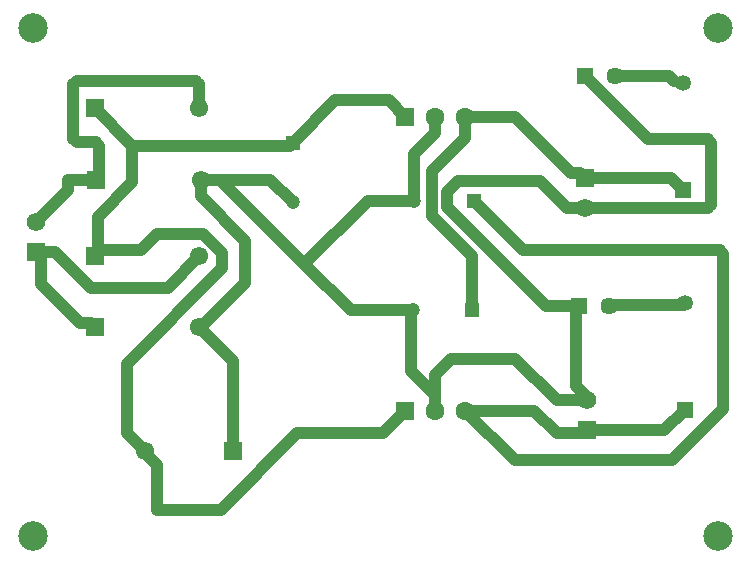
<source format=gbl>
G04*
G04 #@! TF.GenerationSoftware,Altium Limited,Altium Designer,22.7.1 (60)*
G04*
G04 Layer_Physical_Order=2*
G04 Layer_Color=16711680*
%FSLAX44Y44*%
%MOMM*%
G71*
G04*
G04 #@! TF.SameCoordinates,434E903D-8B78-4AA0-9AEB-5D1347DF7218*
G04*
G04*
G04 #@! TF.FilePolarity,Positive*
G04*
G01*
G75*
%ADD14C,1.5500*%
%ADD15R,1.5500X1.5500*%
%ADD16C,1.5700*%
%ADD17R,1.5700X1.5700*%
%ADD22C,1.4500*%
%ADD23R,1.4500X1.4500*%
%ADD24C,1.2000*%
%ADD25R,1.2000X1.2000*%
%ADD26R,1.2000X1.2000*%
%ADD28C,1.6000*%
%ADD29R,1.6000X1.6000*%
%ADD30R,1.3500X1.3500*%
%ADD31C,1.3500*%
%ADD32C,2.5000*%
%ADD33C,1.0000*%
%ADD34C,0.5000*%
D14*
X114900Y91440D02*
D03*
X161240Y256540D02*
D03*
Y196850D02*
D03*
X161190Y382270D02*
D03*
X162510Y321310D02*
D03*
D15*
X189900Y91440D02*
D03*
X72440Y256540D02*
D03*
Y196850D02*
D03*
X72390Y382270D02*
D03*
X73710Y321310D02*
D03*
D16*
X22860Y285750D02*
D03*
X488950Y134620D02*
D03*
X487680Y297180D02*
D03*
D17*
X22860Y260350D02*
D03*
X488950Y109220D02*
D03*
X487680Y322580D02*
D03*
D22*
X508000Y214630D02*
D03*
X513080Y408940D02*
D03*
D23*
X482600Y214630D02*
D03*
X487680Y408940D02*
D03*
D24*
X240030Y302660D02*
D03*
X343300Y303530D02*
D03*
X342030Y210820D02*
D03*
D25*
X240030Y352660D02*
D03*
D26*
X393300Y303530D02*
D03*
X392030Y210820D02*
D03*
D28*
X386080Y125730D02*
D03*
X360680D02*
D03*
X386080Y374650D02*
D03*
X360680D02*
D03*
D29*
X335280Y125730D02*
D03*
Y374650D02*
D03*
D30*
X572113Y126927D02*
D03*
X570230Y313140D02*
D03*
D31*
X572113Y216928D02*
D03*
X570230Y403140D02*
D03*
D32*
X600000Y450000D02*
D03*
X20000D02*
D03*
Y20000D02*
D03*
X600000D02*
D03*
D33*
X513080Y408940D02*
X558940D01*
X563114Y404766D01*
X594360Y300109D02*
Y352671D01*
X472440Y297180D02*
X487680D01*
X591431D01*
X370840Y310840D02*
X380040Y320040D01*
X449580D01*
X370840Y298450D02*
Y310840D01*
Y298450D02*
X454660Y214630D01*
X360680Y360680D02*
Y374650D01*
X343300Y303530D02*
Y343300D01*
X360680Y360680D01*
X480350Y212380D02*
X482600Y214630D01*
X480350Y206872D02*
Y212380D01*
X480000Y206522D02*
X480350Y206872D01*
X480000Y146465D02*
Y206522D01*
Y146465D02*
X488950Y137515D01*
X428170Y170000D02*
X463550Y134620D01*
X374470Y170000D02*
X428170D01*
X360680Y156210D02*
X374470Y170000D01*
X360680Y139320D02*
Y156210D01*
Y125730D02*
Y139320D01*
X340691Y159309D02*
Y209481D01*
Y159309D02*
X360680Y139320D01*
X250000Y250000D02*
X303530Y303530D01*
X178690Y321310D02*
X250000Y250000D01*
X303530Y303530D02*
X343300D01*
X250000Y250000D02*
X289180Y210820D01*
X342030D01*
X178690Y321310D02*
X221380D01*
X168690D02*
X178690D01*
X162510Y307490D02*
X200000Y270000D01*
Y234290D02*
Y270000D01*
X162510Y307490D02*
Y321310D01*
X162560Y196850D02*
X200000Y234290D01*
X60119Y199881D02*
X69409D01*
X27203Y232797D02*
Y256007D01*
Y232797D02*
X60119Y199881D01*
X38689Y260350D02*
X69039Y230000D01*
X134700D02*
X161240Y256540D01*
X69039Y230000D02*
X134700D01*
X125520Y275520D02*
X164480D01*
X180340Y259660D01*
X77690Y261790D02*
X111790D01*
X125520Y275520D01*
X180340Y246380D02*
Y259660D01*
X541020Y355600D02*
X591431D01*
X487680Y408940D02*
X541020Y355600D01*
X487680Y322580D02*
X560790D01*
X561340Y83820D02*
X604520Y127000D01*
X427990Y83820D02*
X561340D01*
X386080Y125730D02*
X427990Y83820D01*
X386080Y125730D02*
X444500D01*
X463550Y134620D02*
X488950D01*
X316230Y106680D02*
X335280Y125730D01*
X243840Y106680D02*
X316230D01*
X386080Y374650D02*
X427990D01*
X475717Y326923D01*
X358140Y328600D02*
X386080Y356540D01*
Y374650D01*
X240030Y352660D02*
X275990Y388620D01*
X321310D02*
X335280Y374650D01*
X275990Y388620D02*
X321310D01*
X221380Y321310D02*
X240030Y302660D01*
X104540Y350120D02*
X237490D01*
X22860Y260350D02*
X38689D01*
X49530Y312420D02*
Y321310D01*
X22860Y285750D02*
X49530Y312420D01*
X509149Y215779D02*
X570964D01*
X454660Y214630D02*
X482600D01*
X554405Y109220D02*
X572113Y126927D01*
X488950Y109220D02*
X554405D01*
X463550Y106680D02*
X486410D01*
X444500Y125730D02*
X463550Y106680D01*
X161240Y196850D02*
X189900Y168190D01*
Y91440D02*
Y168190D01*
X114900Y90193D02*
X125060Y80033D01*
Y41910D02*
Y80033D01*
X99660Y106680D02*
X114900Y91440D01*
X99660Y106680D02*
Y165700D01*
X179070Y41910D02*
X243840Y106680D01*
X99660Y165700D02*
X180340Y246380D01*
X125060Y41910D02*
X179070D01*
X54560Y355989D02*
Y402201D01*
X161240Y382320D02*
Y402201D01*
X57489Y405130D02*
X158311D01*
X57489Y353060D02*
X73271D01*
X76200Y323800D02*
Y350131D01*
X74930Y259030D02*
Y289560D01*
X104540Y319170D01*
Y350120D01*
X72390Y382270D02*
X104540Y350120D01*
X449580Y320040D02*
X472440Y297180D01*
X475717Y326923D02*
X483337D01*
X358140Y290704D02*
Y328600D01*
Y290704D02*
X392030Y256814D01*
Y210820D02*
Y256814D01*
X435210Y261620D02*
X601591D01*
X604520Y127000D02*
Y258691D01*
X393300Y303530D02*
X435210Y261620D01*
X560790Y322580D02*
X570230Y313140D01*
X49530Y321310D02*
X73710D01*
D34*
X563114Y404766D02*
X568604D01*
X570230Y403140D01*
X340691Y209481D02*
X342030Y210820D01*
X162510Y321310D02*
X168690D01*
X69409Y199881D02*
X72440Y196850D01*
X591431Y297180D02*
X594360Y300109D01*
X591431Y355600D02*
X594360Y352671D01*
X237490Y350120D02*
X240030Y352660D01*
X22860Y260350D02*
X27203Y256007D01*
X570964Y215779D02*
X572113Y216928D01*
X508000Y214630D02*
X509149Y215779D01*
X488950Y134620D02*
Y137515D01*
X486410Y106680D02*
X488950Y109220D01*
X114900Y90193D02*
Y91440D01*
X161240Y196850D02*
X162560D01*
X54560Y402201D02*
X57489Y405130D01*
X158311D02*
X161240Y402201D01*
X73710Y321310D02*
X76200Y323800D01*
X73271Y353060D02*
X76200Y350131D01*
X54560Y355989D02*
X57489Y353060D01*
X74930Y259030D02*
X77690Y261790D01*
X72440Y256540D02*
X74930Y259030D01*
X483337Y326923D02*
X487680Y322580D01*
X601591Y261620D02*
X604520Y258691D01*
X508000Y214630D02*
X508995Y213635D01*
X571118Y217922D02*
X572113Y216928D01*
X161190Y382270D02*
X161240Y382320D01*
M02*

</source>
